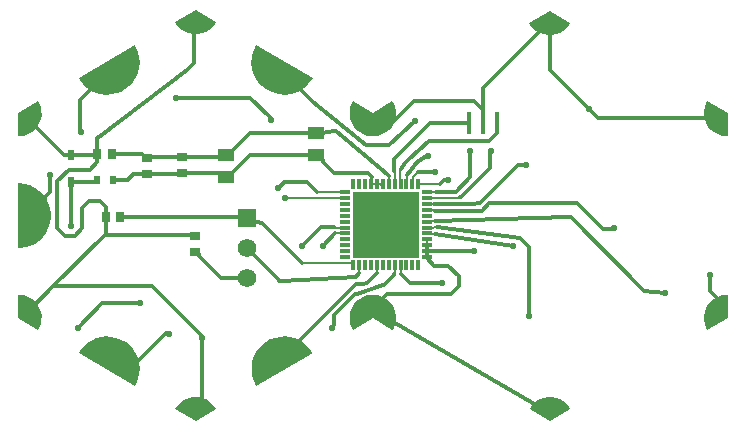
<source format=gbl>
G04*
G04 #@! TF.GenerationSoftware,Altium Limited,Altium Designer,25.8.1 (18)*
G04*
G04 Layer_Physical_Order=2*
G04 Layer_Color=16711680*
%FSLAX44Y44*%
%MOMM*%
G71*
G04*
G04 #@! TF.SameCoordinates,BCE08161-644A-4D5C-BD65-52524292B4E2*
G04*
G04*
G04 #@! TF.FilePolarity,Positive*
G04*
G01*
G75*
%ADD13C,0.2540*%
G04:AMPARAMS|DCode=21|XSize=1mm|YSize=1mm|CornerRadius=0.5mm|HoleSize=0mm|Usage=FLASHONLY|Rotation=210.000|XOffset=0mm|YOffset=0mm|HoleType=Round|Shape=RoundedRectangle|*
%AMROUNDEDRECTD21*
21,1,1.0000,0.0000,0,0,210.0*
21,1,0.0000,1.0000,0,0,210.0*
1,1,1.0000,0.0000,0.0000*
1,1,1.0000,0.0000,0.0000*
1,1,1.0000,0.0000,0.0000*
1,1,1.0000,0.0000,0.0000*
%
%ADD21ROUNDEDRECTD21*%
G04:AMPARAMS|DCode=22|XSize=1mm|YSize=1mm|CornerRadius=0.5mm|HoleSize=0mm|Usage=FLASHONLY|Rotation=90.000|XOffset=0mm|YOffset=0mm|HoleType=Round|Shape=RoundedRectangle|*
%AMROUNDEDRECTD22*
21,1,1.0000,0.0000,0,0,90.0*
21,1,0.0000,1.0000,0,0,90.0*
1,1,1.0000,0.0000,0.0000*
1,1,1.0000,0.0000,0.0000*
1,1,1.0000,0.0000,0.0000*
1,1,1.0000,0.0000,0.0000*
%
%ADD22ROUNDEDRECTD22*%
G04:AMPARAMS|DCode=23|XSize=1mm|YSize=1mm|CornerRadius=0.5mm|HoleSize=0mm|Usage=FLASHONLY|Rotation=150.000|XOffset=0mm|YOffset=0mm|HoleType=Round|Shape=RoundedRectangle|*
%AMROUNDEDRECTD23*
21,1,1.0000,0.0000,0,0,150.0*
21,1,0.0000,1.0000,0,0,150.0*
1,1,1.0000,0.0000,0.0000*
1,1,1.0000,0.0000,0.0000*
1,1,1.0000,0.0000,0.0000*
1,1,1.0000,0.0000,0.0000*
%
%ADD23ROUNDEDRECTD23*%
%ADD34C,1.5700*%
%ADD35R,1.5700X1.5700*%
%ADD38C,0.3048*%
%ADD40C,0.1524*%
%ADD41C,0.5588*%
%ADD42R,0.3000X0.8500*%
%ADD43R,0.8500X0.3000*%
%ADD44R,5.7000X5.7000*%
%ADD45R,0.4001X1.9000*%
%ADD46R,1.3970X1.0922*%
%ADD47R,0.8900X0.6400*%
%ADD48R,0.8000X0.9500*%
%ADD49R,0.5000X0.9000*%
%ADD50R,0.6000X0.8000*%
G36*
X-135230Y163820D02*
X-136067Y162284D01*
X-138261Y159559D01*
X-140905Y157268D01*
X-143914Y155483D01*
X-147193Y154263D01*
X-150637Y153644D01*
X-154135Y153648D01*
X-157577Y154275D01*
X-160853Y155503D01*
X-163858Y157294D01*
X-166497Y159592D01*
X-168685Y162322D01*
X-169518Y163860D01*
X-169518Y163860D01*
X-152387Y173750D01*
X-135230Y163820D01*
D02*
G37*
G36*
X164530Y162954D02*
X163693Y161418D01*
X161499Y158694D01*
X158855Y156402D01*
X155845Y154618D01*
X152567Y153397D01*
X149123Y152779D01*
X145625Y152783D01*
X142183Y153409D01*
X138907Y154637D01*
X135902Y156429D01*
X133263Y158726D01*
X131075Y161456D01*
X130241Y162994D01*
X130242Y162994D01*
X147373Y172885D01*
X164530Y162954D01*
D02*
G37*
G36*
X-53382Y116601D02*
X-54443Y114685D01*
X-57145Y111236D01*
X-60359Y108258D01*
X-64004Y105827D01*
X-67987Y104003D01*
X-72209Y102831D01*
X-76563Y102343D01*
X-80940Y102550D01*
X-85228Y103447D01*
X-89321Y105010D01*
X-93115Y107202D01*
X-96514Y109967D01*
X-99432Y113234D01*
X-101798Y116923D01*
X-103549Y120939D01*
X-104643Y125181D01*
X-105052Y129543D01*
X-104766Y133915D01*
X-103791Y138187D01*
X-102153Y142250D01*
X-101023Y144127D01*
X-101023D01*
X-53382Y116601D01*
D02*
G37*
G36*
X-202692Y142205D02*
X-201056Y138140D01*
X-200084Y133868D01*
X-199801Y129496D01*
X-200212Y125134D01*
X-201309Y120892D01*
X-203063Y116877D01*
X-205431Y113190D01*
X-208351Y109925D01*
X-211752Y107162D01*
X-215547Y104973D01*
X-219641Y103411D01*
X-223930Y102517D01*
X-228307Y102313D01*
X-232660Y102804D01*
X-236882Y103978D01*
X-240864Y105805D01*
X-244507Y108239D01*
X-247719Y111219D01*
X-250419Y114669D01*
X-251479Y116586D01*
X-251479Y116586D01*
X-203821Y144082D01*
X-202692Y142205D01*
D02*
G37*
G36*
X-2400Y87176D02*
X14278Y96781D01*
X15189Y95288D01*
X16452Y92025D01*
X17114Y88590D01*
X17155Y85092D01*
X16573Y81642D01*
X15387Y78351D01*
X13634Y75323D01*
X11371Y72655D01*
X8669Y70432D01*
X5615Y68726D01*
X2306Y67589D01*
X-1152Y67059D01*
X-2400Y67093D01*
X-3649Y67059D01*
X-7107Y67589D01*
X-10416Y68726D01*
X-13470Y70432D01*
X-16171Y72655D01*
X-18435Y75323D01*
X-20187Y78351D01*
X-21374Y81642D01*
X-21956Y85092D01*
X-21915Y88590D01*
X-21253Y92025D01*
X-19990Y95288D01*
X-19079Y96781D01*
Y96781D01*
X-2400Y87176D01*
D02*
G37*
G36*
X-284777Y95288D02*
X-283514Y92025D01*
X-282852Y88590D01*
X-282811Y85092D01*
X-283393Y81642D01*
X-284580Y78351D01*
X-286332Y75323D01*
X-288596Y72655D01*
X-291297Y70432D01*
X-294351Y68726D01*
X-297660Y67589D01*
X-301118Y67059D01*
X-302867Y67106D01*
X-302867Y67106D01*
Y86888D01*
X-285688Y96781D01*
X-284777Y95288D01*
D02*
G37*
G36*
X298113Y86865D02*
X298091Y67041D01*
X296342Y66999D01*
X292885Y67536D01*
X289579Y68680D01*
X286529Y70394D01*
X283833Y72623D01*
X281575Y75296D01*
X279830Y78328D01*
X278651Y81622D01*
X278077Y85073D01*
X278126Y88571D01*
X278796Y92005D01*
X280066Y95265D01*
X280981Y96756D01*
X280981D01*
X298113Y86865D01*
D02*
G37*
G36*
X-296410Y26904D02*
X-292224Y25609D01*
X-288296Y23669D01*
X-284724Y21131D01*
X-281599Y18060D01*
X-278999Y14534D01*
X-276990Y10640D01*
X-275622Y6478D01*
X-274930Y2152D01*
X-274932Y-2230D01*
X-275626Y-6556D01*
X-276997Y-10717D01*
X-279008Y-14609D01*
X-281610Y-18134D01*
X-284737Y-21203D01*
X-288311Y-23738D01*
X-292240Y-25676D01*
X-296427Y-26968D01*
X-300765Y-27581D01*
X-302955Y-27541D01*
Y-27541D01*
X-302938Y27480D01*
X-300748Y27520D01*
X-296410Y26904D01*
D02*
G37*
G36*
X2306Y-67589D02*
X5615Y-68726D01*
X8669Y-70432D01*
X11371Y-72655D01*
X13634Y-75323D01*
X15387Y-78351D01*
X16573Y-81642D01*
X17155Y-85092D01*
X17114Y-88590D01*
X16452Y-92025D01*
X15189Y-95288D01*
X14278Y-96781D01*
X-2400Y-87176D01*
X-19079Y-96781D01*
X-19990Y-95288D01*
X-21253Y-92025D01*
X-21915Y-88590D01*
X-21956Y-85092D01*
X-21374Y-81642D01*
X-20187Y-78351D01*
X-18435Y-75323D01*
X-16171Y-72655D01*
X-13470Y-70432D01*
X-10416Y-68726D01*
X-7107Y-67589D01*
X-3649Y-67059D01*
X-2400Y-67093D01*
X-1152Y-67059D01*
X2306Y-67589D01*
D02*
G37*
G36*
X-297653Y-67536D02*
X-294347Y-68680D01*
X-291297Y-70394D01*
X-288600Y-72623D01*
X-286343Y-75296D01*
X-284597Y-78328D01*
X-283419Y-81622D01*
X-282845Y-85073D01*
X-282893Y-88571D01*
X-283564Y-92005D01*
X-284834Y-95265D01*
X-285749Y-96756D01*
Y-96756D01*
X-302880Y-86865D01*
X-302859Y-67041D01*
X-301110Y-66999D01*
X-297653Y-67536D01*
D02*
G37*
G36*
X298099Y-67106D02*
X298099D01*
Y-86888D01*
X280921Y-96781D01*
X280009Y-95288D01*
X278747Y-92025D01*
X278084Y-88590D01*
X278044Y-85092D01*
X278626Y-81642D01*
X279812Y-78351D01*
X281565Y-75323D01*
X283828Y-72655D01*
X286530Y-70432D01*
X289584Y-68726D01*
X292893Y-67589D01*
X296351Y-67059D01*
X298099Y-67106D01*
D02*
G37*
G36*
X14278Y-96781D02*
X14278D01*
D01*
X14278D01*
D02*
G37*
G36*
X-72140Y-102804D02*
X-67918Y-103978D01*
X-63936Y-105805D01*
X-60293Y-108239D01*
X-57081Y-111219D01*
X-54381Y-114669D01*
X-53321Y-116586D01*
X-100979Y-144082D01*
X-102108Y-142205D01*
X-103744Y-138140D01*
X-104716Y-133868D01*
X-105000Y-129496D01*
X-104588Y-125134D01*
X-103491Y-120892D01*
X-101737Y-116877D01*
X-99369Y-113190D01*
X-96449Y-109925D01*
X-93048Y-107162D01*
X-89253Y-104973D01*
X-85159Y-103411D01*
X-80870Y-102517D01*
X-76493Y-102313D01*
X-72140Y-102804D01*
D02*
G37*
G36*
X-223860Y-102550D02*
X-219572Y-103447D01*
X-215479Y-105011D01*
X-211685Y-107202D01*
X-208286Y-109967D01*
X-205368Y-113234D01*
X-203002Y-116923D01*
X-201251Y-120939D01*
X-200157Y-125181D01*
X-199748Y-129543D01*
X-200034Y-133915D01*
X-201009Y-138187D01*
X-202647Y-142250D01*
X-203777Y-144127D01*
Y-144127D01*
X-251418Y-116601D01*
X-250357Y-114685D01*
X-247655Y-111236D01*
X-244441Y-108259D01*
X-240796Y-105827D01*
X-236813Y-104003D01*
X-232591Y-102831D01*
X-228237Y-102343D01*
X-223860Y-102550D01*
D02*
G37*
G36*
X149334Y-153648D02*
X152776Y-154275D01*
X156052Y-155503D01*
X159057Y-157294D01*
X161696Y-159592D01*
X163884Y-162322D01*
X164718Y-163860D01*
X164718D01*
X147586Y-173750D01*
X130429Y-163820D01*
X131266Y-162284D01*
X133461Y-159559D01*
X136105Y-157268D01*
X139114Y-155483D01*
X142392Y-154263D01*
X145836Y-153644D01*
X149334Y-153648D01*
D02*
G37*
G36*
X-150665D02*
X-147223Y-154275D01*
X-143947Y-155503D01*
X-140942Y-157294D01*
X-138303Y-159592D01*
X-136116Y-162322D01*
X-135282Y-163860D01*
X-135282D01*
X-152413Y-173750D01*
X-169570Y-163820D01*
X-168733Y-162284D01*
X-166539Y-159559D01*
X-163895Y-157268D01*
X-160886Y-155483D01*
X-157607Y-154263D01*
X-154164Y-153644D01*
X-150665Y-153648D01*
D02*
G37*
D13*
X3447Y26811D02*
X4381D01*
D21*
X147360Y164334D02*
D03*
X147599Y-165199D02*
D03*
X-152400Y165199D02*
D03*
Y-165199D02*
D03*
X-223901Y-123901D02*
D03*
X-80899Y123901D02*
D03*
D22*
X290700Y-82601D02*
D03*
X-1679Y77521D02*
D03*
X-295468Y82601D02*
D03*
X-1679Y-77521D02*
D03*
X-223901Y123901D02*
D03*
X-80899Y-123901D02*
D03*
D23*
X290700Y82601D02*
D03*
X-295468Y-82601D02*
D03*
X-295501Y0D02*
D03*
D34*
X-108837Y-53317D02*
D03*
Y-27917D02*
D03*
D35*
Y-2517D02*
D03*
D38*
X36139Y46085D02*
G03*
X36139Y46084I2155J-2156D01*
G01*
X-7561Y-57046D02*
G03*
X-7555Y-57045I-884J2917D01*
G01*
X-234720Y66232D02*
X-234720Y66231D01*
X-82058Y23479D02*
X-77213Y28324D01*
X-82746Y23479D02*
X-82058D01*
X-77213Y28324D02*
X-58360D01*
X36047Y45993D02*
X36139Y46084D01*
X36313Y46258D02*
X36511Y46401D01*
X36139Y46085D02*
X36313Y46258D01*
X36511Y46401D02*
X42496Y50718D01*
X26270Y34389D02*
X36047Y45993D01*
X43726Y50718D02*
X44768Y50549D01*
X15772Y48074D02*
X16665Y48967D01*
X28452Y47846D02*
X44819Y63003D01*
X15638Y41617D02*
X15772Y48074D01*
X15638Y37589D02*
X15772D01*
X21226Y39657D02*
X25073Y44467D01*
X15638Y37589D02*
Y41617D01*
X25073Y44467D02*
X28452Y47846D01*
X42496Y50718D02*
X43726D01*
X49997Y36709D02*
X50483Y37195D01*
X35641Y36709D02*
X49997D01*
X44819Y63003D02*
X95749D01*
X16665Y48967D02*
X45670Y77972D01*
X50419Y-4430D02*
X162789Y-1356D01*
X129850Y-85476D02*
Y-26296D01*
X122600Y-19046D02*
X129850Y-26296D01*
X50316Y-4532D02*
X50419Y-4430D01*
X162789Y-1356D02*
X165314D01*
X52129Y-10018D02*
X122600Y-19046D01*
X165314Y-1356D02*
X165578Y-1620D01*
X227637Y-63679D01*
X50467Y-16009D02*
X116175Y-25707D01*
X-8203Y59356D02*
X11131D01*
X-80899Y123901D02*
X-53116Y96118D01*
X-53009Y96011D01*
X-8203Y59356D01*
X11131D02*
X33370Y80040D01*
X-33743Y71136D02*
X9439Y35031D01*
X-35140Y71137D02*
X-33743Y71136D01*
X-45129Y70158D02*
X-35140Y71137D01*
X9439Y35031D02*
X11162Y33308D01*
X45670Y77972D02*
X79220D01*
X-1679Y-77521D02*
X5735Y-84935D01*
X142078Y-163772D02*
X146172D01*
X6019Y-85219D02*
X142078Y-163772D01*
X5735Y-84935D02*
X6019Y-85219D01*
X146172Y-163772D02*
X147599Y-165199D01*
X-16136Y-66098D02*
X6380Y-59161D01*
X15772Y-50269D02*
Y-49879D01*
X7638Y-58404D02*
X15772Y-50269D01*
X6380Y-59161D02*
X7103Y-58939D01*
X29337Y-57078D02*
X55716D01*
X7103Y-58939D02*
X7638Y-58404D01*
X21360Y-49102D02*
X29337Y-57078D01*
X-35454Y35944D02*
X-6474D01*
X-44875Y45365D02*
X-35454Y35944D01*
X-6474D02*
X-3168Y32639D01*
X-62522Y-25677D02*
X-46446Y-9601D01*
X-35517D01*
X-44516Y-25677D02*
X-34029Y-15189D01*
X95749Y63003D02*
X102488Y69742D01*
X97206Y40171D02*
Y53650D01*
X80241Y32353D02*
Y54502D01*
X67698Y19811D02*
X80241Y32353D01*
X72434Y15398D02*
X97206Y40171D01*
X71189Y15398D02*
X72434D01*
X51266Y19811D02*
X67698D01*
X81551Y9811D02*
X88253Y10405D01*
X49659Y9811D02*
X81551D01*
X50248Y4223D02*
X89974D01*
X96205Y10454D01*
X97206Y53650D02*
X97977Y54421D01*
X58197Y30328D02*
X60947D01*
X54681Y26811D02*
X58197Y30328D01*
X88253Y10405D02*
X120440Y42591D01*
X96205Y10454D02*
X170547D01*
X-235464Y65487D02*
X-234720Y66231D01*
X-189270Y-60002D02*
X-146131Y-103141D01*
X-16859Y-66320D02*
X-16136Y-66098D01*
X-80899Y-122458D02*
X-16610Y-58169D01*
X-80899Y-123901D02*
Y-122458D01*
X-78929Y-55300D02*
X-16501Y-51689D01*
X-81753Y-55001D02*
X-81454Y-55300D01*
X-16501Y-51689D02*
X-13838Y-49026D01*
X-81454Y-55300D02*
X-78929D01*
X-11267Y-58169D02*
X-10834Y-58038D01*
X-16610Y-58169D02*
X-11267Y-58169D01*
X-108837Y-27917D02*
X-81753Y-55001D01*
X-10834Y-58038D02*
X-7561Y-57046D01*
X-34913Y-93119D02*
Y-84375D01*
X-17394Y-66855D02*
X-16859Y-66320D01*
X-34913Y-84375D02*
X-17394Y-66855D01*
X-36857Y-95063D02*
X-34913Y-93119D01*
X-7196Y-57045D02*
X1162Y-48687D01*
X-7555Y-57045D02*
X-7196D01*
X70420Y-59730D02*
Y-51177D01*
X9523Y-66622D02*
X63527D01*
X70420Y-59730D01*
X61600Y-42358D02*
X70420Y-51177D01*
X43523Y-36208D02*
X49673Y-42358D01*
X61600D01*
X43162Y-30189D02*
X83409D01*
X83470Y-30128D01*
X43162Y-35189D02*
Y-30189D01*
Y-25189D01*
X55716Y-57078D02*
X55869Y-57231D01*
X-50590Y69622D02*
X-45129Y70158D01*
X227637Y-63679D02*
X244830Y-65804D01*
X283129Y-63598D02*
Y-50436D01*
Y-63598D02*
X290700Y-71170D01*
X147360Y123620D02*
X180530Y90450D01*
X147360Y123620D02*
Y164334D01*
X-58360Y28324D02*
X-49847Y19811D01*
X-76962Y15180D02*
X-76593Y14811D01*
X-146602Y-159401D02*
Y-103612D01*
X-152400Y-165199D02*
X-146602Y-159401D01*
X-107073Y-1036D02*
X-102257Y-5852D01*
X-216053Y-1036D02*
X-107073D01*
X-269743Y-10299D02*
Y28993D01*
X-262836Y-17206D02*
X-254820D01*
X-269743Y-10299D02*
X-262836Y-17206D01*
X-233008Y12060D02*
X-228553Y7605D01*
X-242520Y12060D02*
X-233008D01*
X-248314Y6265D02*
X-242520Y12060D01*
X-228553Y-15686D02*
Y-1036D01*
Y7605D01*
X-248314Y-10700D02*
Y6265D01*
X-254820Y-17206D02*
X-248314Y-10700D01*
X-257790Y-8781D02*
Y27938D01*
Y-8781D02*
X-257660Y-8911D01*
X-269743Y28993D02*
X-259836Y38900D01*
X-257920Y28068D02*
X-257790Y27938D01*
X-235870Y50663D02*
X-235464Y51069D01*
X-235870Y44894D02*
Y50663D01*
X-259836Y38900D02*
X-241864D01*
X-235870Y44894D01*
X-236826Y51069D02*
X-235464Y52430D01*
X91220Y77972D02*
Y108193D01*
X200873Y-11265D02*
X201456Y-10682D01*
X195624Y-11265D02*
X200873D01*
X195215Y-11674D02*
X195624Y-11265D01*
X192675Y-11674D02*
X195215D01*
X-250289Y71145D02*
X-249105Y69961D01*
X-250289Y71145D02*
Y97514D01*
X-223901Y123901D01*
X-102257Y-5852D02*
X-98665D01*
X-98274Y-6243D01*
X-96324D01*
X-62068Y-40499D01*
X-106407Y99854D02*
X-89570Y83017D01*
X-169298Y99854D02*
X-106407D01*
X-106573Y69622D02*
X-50590D01*
X-125198Y50998D02*
X-106573Y69622D01*
X102488Y77242D02*
X103218Y77972D01*
X102488Y69742D02*
Y77242D01*
X-153827Y163772D02*
X-152400Y165199D01*
X-159790Y123336D02*
X-154091Y129035D01*
X-153827Y160244D02*
Y163772D01*
X-154091Y159981D02*
X-153827Y160244D01*
X-154091Y129035D02*
Y159981D01*
X-234464Y66456D02*
X-159790Y123336D01*
X-235464Y52430D02*
Y65487D01*
X-234599Y66352D02*
X-234464Y66456D01*
X-234720Y66232D02*
X-234599Y66352D01*
X-152461Y-30257D02*
X-149835Y-32882D01*
X-153711Y-30257D02*
X-152461D01*
X-149835Y-34132D02*
Y-32882D01*
X-130651Y-53317D02*
X-108837D01*
X-149835Y-34132D02*
X-130651Y-53317D01*
X-231670Y-74291D02*
X-200995D01*
X-252252Y-94873D02*
X-231670Y-74291D01*
X-272870Y-60002D02*
X-189270D01*
X-272870D02*
X-229247Y-16379D01*
X-295468Y-82601D02*
X-272870Y-60002D01*
X-201698Y-123901D02*
X-177586Y-99789D01*
X-223901Y-123901D02*
X-201698D01*
X120440Y42591D02*
X126954D01*
X-126722Y50998D02*
X-125198D01*
X-128089Y49630D02*
X-126722Y50998D01*
X-163960Y49630D02*
X-128089D01*
X-164280Y49310D02*
X-163960Y49630D01*
X-193135Y49310D02*
X-164280D01*
X-198147Y52430D02*
X-194706Y48989D01*
X-222964Y52430D02*
X-198147D01*
X-194706Y48989D02*
X-193456D01*
X-193135Y49310D01*
X188379Y82601D02*
X290700D01*
X180530Y90450D02*
X188379Y82601D01*
X91220Y108193D02*
X147360Y164334D01*
X83103Y96913D02*
X90727Y89289D01*
X290700Y-82601D02*
Y-71170D01*
X13080Y77521D02*
X32472Y96913D01*
X83103D01*
X-1679Y77521D02*
X13080D01*
X-229247Y-16379D02*
X-153114D01*
X-295468Y82601D02*
X-263936Y51069D01*
X-229247Y-16379D02*
X-228553Y-15686D01*
X-257920Y51069D02*
X-236826D01*
X-263936D02*
X-257920D01*
X-1376Y-77521D02*
X9523Y-66622D01*
X-1679Y-77521D02*
X-1376D01*
X-209918Y30186D02*
X-205114Y34989D01*
X-222056Y30186D02*
X-209918D01*
X-50590Y51080D02*
X-49066D01*
X-106573D02*
X-50590D01*
X-44875Y45365D02*
Y46889D01*
X-49066Y51080D02*
X-44875Y46889D01*
X-163960Y35630D02*
X-129897D01*
X-164280Y35310D02*
X-163960Y35630D01*
X-193456Y34989D02*
X-193135Y35310D01*
X-164280D01*
X-205114Y34989D02*
X-193456D01*
X-125198Y32456D02*
X-106573Y51080D01*
X-126722Y32456D02*
X-125198D01*
X-129897Y35630D02*
X-126722Y32456D01*
X170547Y10454D02*
X192675Y-11674D01*
X-275805Y19696D02*
Y31616D01*
X-295501Y0D02*
X-275805Y19696D01*
X-237786Y28068D02*
X-236056Y29799D01*
Y30186D01*
X-257920Y28068D02*
X-237786D01*
D40*
X26270Y26918D02*
Y34389D01*
X16162Y26811D02*
Y37199D01*
X20964Y27009D02*
Y38521D01*
X21226Y39657D01*
X15772Y37589D02*
X16162Y37199D01*
X31360Y29268D02*
Y32429D01*
X35641Y36709D01*
X46650Y-10239D02*
X52129Y-10018D01*
X49802Y-5046D02*
X50316Y-4532D01*
X43360Y-15387D02*
X46650Y-15271D01*
X50328Y-15864D02*
X50337Y-15872D01*
X50467Y-16009D01*
X49735Y-15271D02*
X50328Y-15864D01*
X46650Y-15271D02*
X49735D01*
X43360Y-10387D02*
X46650Y-10239D01*
Y-5046D02*
X49802D01*
X44920Y-5046D02*
X46650Y-5046D01*
X21360Y-49102D02*
Y-41295D01*
X16162Y-49489D02*
Y-42189D01*
X15772Y-49879D02*
X16162Y-49489D01*
X20964Y27009D02*
X21162Y26811D01*
X11162D02*
Y33308D01*
X-3838Y26811D02*
X1162D01*
X3447D01*
X-26234Y-10189D02*
X-26036Y-9991D01*
X-35517Y-9601D02*
X-34929Y-10189D01*
X-34029Y-15189D02*
X-25838D01*
X-34929Y-10189D02*
X-26234D01*
X43162Y14811D02*
X70601D01*
X71189Y15398D01*
X45454Y9880D02*
X49590D01*
X49659Y9811D01*
X36162Y26811D02*
X54681D01*
X43162Y19811D02*
X51266D01*
X49698Y4772D02*
X50248Y4223D01*
X43162Y4811D02*
X43201Y4772D01*
X49698D01*
X45266Y9691D02*
X45454Y9880D01*
X43162Y9811D02*
X45266Y9691D01*
X-13838Y-49026D02*
Y-42189D01*
X1360Y-48129D02*
Y-42387D01*
X-76593Y14811D02*
X-25838D01*
X-49847Y19811D02*
X-25838D01*
X-62068Y-40499D02*
X-19245D01*
X43162Y-25189D02*
Y-20189D01*
X-3838Y26811D02*
Y33101D01*
D41*
X-82746Y23479D02*
D03*
X50483Y37195D02*
D03*
X44768Y50549D02*
D03*
X116175Y-25707D02*
D03*
X60947Y30328D02*
D03*
X83470Y-30128D02*
D03*
X55869Y-57231D02*
D03*
X-76962Y15180D02*
D03*
X-257660Y-8911D02*
D03*
X244830Y-65804D02*
D03*
X33370Y80040D02*
D03*
X201456Y-10682D02*
D03*
X-62522Y-25677D02*
D03*
X-44516D02*
D03*
X80241Y54502D02*
D03*
X97977Y54421D02*
D03*
X-249419Y70628D02*
D03*
X-88799Y81222D02*
D03*
X-169298Y99854D02*
D03*
X-199291Y-74291D02*
D03*
X-252252Y-94873D02*
D03*
X-174615Y-99975D02*
D03*
X126954Y42591D02*
D03*
X180530Y90450D02*
D03*
X283129Y-50436D02*
D03*
X-146602Y-103612D02*
D03*
X129850Y-85476D02*
D03*
X-276018Y33956D02*
D03*
X-36857Y-95063D02*
D03*
D42*
X21162Y-42189D02*
D03*
X-18838Y26811D02*
D03*
X-13838D02*
D03*
X-8838D02*
D03*
X-3838D02*
D03*
X1162D02*
D03*
X6162D02*
D03*
X26162D02*
D03*
X31162D02*
D03*
X36162D02*
D03*
Y-42189D02*
D03*
X31162D02*
D03*
X26162D02*
D03*
X16162D02*
D03*
X11162D02*
D03*
X6162D02*
D03*
X1162D02*
D03*
X-3838D02*
D03*
X-8838D02*
D03*
X-13838D02*
D03*
X-18838D02*
D03*
X11162Y26811D02*
D03*
X21162D02*
D03*
X16162D02*
D03*
D43*
X43162Y-5189D02*
D03*
X-25838Y19811D02*
D03*
Y14811D02*
D03*
Y9811D02*
D03*
X43162Y14811D02*
D03*
Y19811D02*
D03*
Y9811D02*
D03*
Y-189D02*
D03*
X-25838Y-35189D02*
D03*
Y-30189D02*
D03*
Y-25189D02*
D03*
Y-20189D02*
D03*
Y-15189D02*
D03*
Y-10189D02*
D03*
Y-5189D02*
D03*
Y-189D02*
D03*
Y4811D02*
D03*
X43162Y-10189D02*
D03*
Y-15189D02*
D03*
Y4811D02*
D03*
Y-35189D02*
D03*
Y-20189D02*
D03*
Y-30189D02*
D03*
Y-25189D02*
D03*
D44*
X8662Y-7689D02*
D03*
D45*
X103218Y77972D02*
D03*
X91220D02*
D03*
X79220D02*
D03*
D46*
X-50590Y69622D02*
D03*
X-126722Y50998D02*
D03*
X-50590Y51080D02*
D03*
X-126722Y32456D02*
D03*
D47*
X-163960Y49630D02*
D03*
X-193456Y48989D02*
D03*
X-153015Y-16952D02*
D03*
Y-30952D02*
D03*
X-163960Y35630D02*
D03*
X-193456Y34989D02*
D03*
D48*
X-222964Y52430D02*
D03*
X-235464D02*
D03*
X-228553Y-1036D02*
D03*
X-216053D02*
D03*
D49*
X-257920Y51069D02*
D03*
Y28068D02*
D03*
D50*
X-222056Y30186D02*
D03*
X-236056D02*
D03*
M02*

</source>
